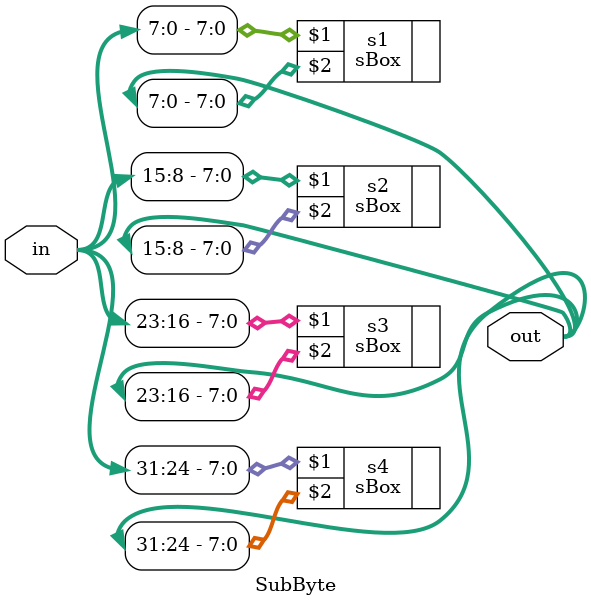
<source format=v>
module SubByte(
input [31:0] in,
output [31:0] out
);


sBox s1(in[7:0], out[7:0]);
sBox s2(in[15:8], out[15:8]);
sBox s3(in[23:16], out[23:16]);
sBox s4(in[31:24], out[31:24]);

endmodule

</source>
